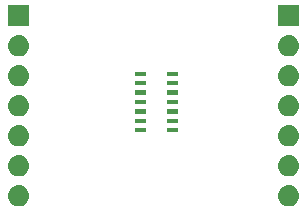
<source format=gbr>
G04 #@! TF.GenerationSoftware,KiCad,Pcbnew,5.1.4-e60b266~84~ubuntu18.04.1*
G04 #@! TF.CreationDate,2019-11-06T14:59:00-05:00*
G04 #@! TF.ProjectId,HRSensorDevBoard,48525365-6e73-46f7-9244-6576426f6172,rev?*
G04 #@! TF.SameCoordinates,Original*
G04 #@! TF.FileFunction,Soldermask,Top*
G04 #@! TF.FilePolarity,Negative*
%FSLAX46Y46*%
G04 Gerber Fmt 4.6, Leading zero omitted, Abs format (unit mm)*
G04 Created by KiCad (PCBNEW 5.1.4-e60b266~84~ubuntu18.04.1) date 2019-11-06 14:59:00*
%MOMM*%
%LPD*%
G04 APERTURE LIST*
%ADD10C,0.100000*%
G04 APERTURE END LIST*
D10*
G36*
X22970443Y1044481D02*
G01*
X23036627Y1037963D01*
X23206466Y986443D01*
X23362991Y902778D01*
X23398729Y873448D01*
X23500186Y790186D01*
X23583448Y688729D01*
X23612778Y652991D01*
X23696443Y496466D01*
X23747963Y326627D01*
X23765359Y150000D01*
X23747963Y-26627D01*
X23696443Y-196466D01*
X23612778Y-352991D01*
X23583448Y-388729D01*
X23500186Y-490186D01*
X23398729Y-573448D01*
X23362991Y-602778D01*
X23206466Y-686443D01*
X23036627Y-737963D01*
X22970443Y-744481D01*
X22904260Y-751000D01*
X22815740Y-751000D01*
X22749557Y-744481D01*
X22683373Y-737963D01*
X22513534Y-686443D01*
X22357009Y-602778D01*
X22321271Y-573448D01*
X22219814Y-490186D01*
X22136552Y-388729D01*
X22107222Y-352991D01*
X22023557Y-196466D01*
X21972037Y-26627D01*
X21954641Y150000D01*
X21972037Y326627D01*
X22023557Y496466D01*
X22107222Y652991D01*
X22136552Y688729D01*
X22219814Y790186D01*
X22321271Y873448D01*
X22357009Y902778D01*
X22513534Y986443D01*
X22683373Y1037963D01*
X22749557Y1044481D01*
X22815740Y1051000D01*
X22904260Y1051000D01*
X22970443Y1044481D01*
X22970443Y1044481D01*
G37*
G36*
X110443Y1044481D02*
G01*
X176627Y1037963D01*
X346466Y986443D01*
X502991Y902778D01*
X538729Y873448D01*
X640186Y790186D01*
X723448Y688729D01*
X752778Y652991D01*
X836443Y496466D01*
X887963Y326627D01*
X905359Y150000D01*
X887963Y-26627D01*
X836443Y-196466D01*
X752778Y-352991D01*
X723448Y-388729D01*
X640186Y-490186D01*
X538729Y-573448D01*
X502991Y-602778D01*
X346466Y-686443D01*
X176627Y-737963D01*
X110443Y-744481D01*
X44260Y-751000D01*
X-44260Y-751000D01*
X-110443Y-744481D01*
X-176627Y-737963D01*
X-346466Y-686443D01*
X-502991Y-602778D01*
X-538729Y-573448D01*
X-640186Y-490186D01*
X-723448Y-388729D01*
X-752778Y-352991D01*
X-836443Y-196466D01*
X-887963Y-26627D01*
X-905359Y150000D01*
X-887963Y326627D01*
X-836443Y496466D01*
X-752778Y652991D01*
X-723448Y688729D01*
X-640186Y790186D01*
X-538729Y873448D01*
X-502991Y902778D01*
X-346466Y986443D01*
X-176627Y1037963D01*
X-110443Y1044481D01*
X-44260Y1051000D01*
X44260Y1051000D01*
X110443Y1044481D01*
X110443Y1044481D01*
G37*
G36*
X110443Y3584481D02*
G01*
X176627Y3577963D01*
X346466Y3526443D01*
X502991Y3442778D01*
X538729Y3413448D01*
X640186Y3330186D01*
X723448Y3228729D01*
X752778Y3192991D01*
X836443Y3036466D01*
X887963Y2866627D01*
X905359Y2690000D01*
X887963Y2513373D01*
X836443Y2343534D01*
X752778Y2187009D01*
X723448Y2151271D01*
X640186Y2049814D01*
X538729Y1966552D01*
X502991Y1937222D01*
X346466Y1853557D01*
X176627Y1802037D01*
X110442Y1795518D01*
X44260Y1789000D01*
X-44260Y1789000D01*
X-110442Y1795518D01*
X-176627Y1802037D01*
X-346466Y1853557D01*
X-502991Y1937222D01*
X-538729Y1966552D01*
X-640186Y2049814D01*
X-723448Y2151271D01*
X-752778Y2187009D01*
X-836443Y2343534D01*
X-887963Y2513373D01*
X-905359Y2690000D01*
X-887963Y2866627D01*
X-836443Y3036466D01*
X-752778Y3192991D01*
X-723448Y3228729D01*
X-640186Y3330186D01*
X-538729Y3413448D01*
X-502991Y3442778D01*
X-346466Y3526443D01*
X-176627Y3577963D01*
X-110443Y3584481D01*
X-44260Y3591000D01*
X44260Y3591000D01*
X110443Y3584481D01*
X110443Y3584481D01*
G37*
G36*
X22970443Y3584481D02*
G01*
X23036627Y3577963D01*
X23206466Y3526443D01*
X23362991Y3442778D01*
X23398729Y3413448D01*
X23500186Y3330186D01*
X23583448Y3228729D01*
X23612778Y3192991D01*
X23696443Y3036466D01*
X23747963Y2866627D01*
X23765359Y2690000D01*
X23747963Y2513373D01*
X23696443Y2343534D01*
X23612778Y2187009D01*
X23583448Y2151271D01*
X23500186Y2049814D01*
X23398729Y1966552D01*
X23362991Y1937222D01*
X23206466Y1853557D01*
X23036627Y1802037D01*
X22970442Y1795518D01*
X22904260Y1789000D01*
X22815740Y1789000D01*
X22749558Y1795518D01*
X22683373Y1802037D01*
X22513534Y1853557D01*
X22357009Y1937222D01*
X22321271Y1966552D01*
X22219814Y2049814D01*
X22136552Y2151271D01*
X22107222Y2187009D01*
X22023557Y2343534D01*
X21972037Y2513373D01*
X21954641Y2690000D01*
X21972037Y2866627D01*
X22023557Y3036466D01*
X22107222Y3192991D01*
X22136552Y3228729D01*
X22219814Y3330186D01*
X22321271Y3413448D01*
X22357009Y3442778D01*
X22513534Y3526443D01*
X22683373Y3577963D01*
X22749557Y3584481D01*
X22815740Y3591000D01*
X22904260Y3591000D01*
X22970443Y3584481D01*
X22970443Y3584481D01*
G37*
G36*
X22970443Y6124481D02*
G01*
X23036627Y6117963D01*
X23206466Y6066443D01*
X23362991Y5982778D01*
X23398729Y5953448D01*
X23500186Y5870186D01*
X23583448Y5768729D01*
X23612778Y5732991D01*
X23696443Y5576466D01*
X23747963Y5406627D01*
X23765359Y5230000D01*
X23747963Y5053373D01*
X23696443Y4883534D01*
X23612778Y4727009D01*
X23583448Y4691271D01*
X23500186Y4589814D01*
X23398729Y4506552D01*
X23362991Y4477222D01*
X23206466Y4393557D01*
X23036627Y4342037D01*
X22970442Y4335518D01*
X22904260Y4329000D01*
X22815740Y4329000D01*
X22749558Y4335518D01*
X22683373Y4342037D01*
X22513534Y4393557D01*
X22357009Y4477222D01*
X22321271Y4506552D01*
X22219814Y4589814D01*
X22136552Y4691271D01*
X22107222Y4727009D01*
X22023557Y4883534D01*
X21972037Y5053373D01*
X21954641Y5230000D01*
X21972037Y5406627D01*
X22023557Y5576466D01*
X22107222Y5732991D01*
X22136552Y5768729D01*
X22219814Y5870186D01*
X22321271Y5953448D01*
X22357009Y5982778D01*
X22513534Y6066443D01*
X22683373Y6117963D01*
X22749558Y6124482D01*
X22815740Y6131000D01*
X22904260Y6131000D01*
X22970443Y6124481D01*
X22970443Y6124481D01*
G37*
G36*
X110442Y6124482D02*
G01*
X176627Y6117963D01*
X346466Y6066443D01*
X502991Y5982778D01*
X538729Y5953448D01*
X640186Y5870186D01*
X723448Y5768729D01*
X752778Y5732991D01*
X836443Y5576466D01*
X887963Y5406627D01*
X905359Y5230000D01*
X887963Y5053373D01*
X836443Y4883534D01*
X752778Y4727009D01*
X723448Y4691271D01*
X640186Y4589814D01*
X538729Y4506552D01*
X502991Y4477222D01*
X346466Y4393557D01*
X176627Y4342037D01*
X110442Y4335518D01*
X44260Y4329000D01*
X-44260Y4329000D01*
X-110442Y4335518D01*
X-176627Y4342037D01*
X-346466Y4393557D01*
X-502991Y4477222D01*
X-538729Y4506552D01*
X-640186Y4589814D01*
X-723448Y4691271D01*
X-752778Y4727009D01*
X-836443Y4883534D01*
X-887963Y5053373D01*
X-905359Y5230000D01*
X-887963Y5406627D01*
X-836443Y5576466D01*
X-752778Y5732991D01*
X-723448Y5768729D01*
X-640186Y5870186D01*
X-538729Y5953448D01*
X-502991Y5982778D01*
X-346466Y6066443D01*
X-176627Y6117963D01*
X-110442Y6124482D01*
X-44260Y6131000D01*
X44260Y6131000D01*
X110442Y6124482D01*
X110442Y6124482D01*
G37*
G36*
X13491600Y5502000D02*
G01*
X12576800Y5502000D01*
X12576800Y5858000D01*
X13491600Y5858000D01*
X13491600Y5502000D01*
X13491600Y5502000D01*
G37*
G36*
X10799200Y5502000D02*
G01*
X9884400Y5502000D01*
X9884400Y5858000D01*
X10799200Y5858000D01*
X10799200Y5502000D01*
X10799200Y5502000D01*
G37*
G36*
X10799200Y6302001D02*
G01*
X9884400Y6302001D01*
X9884400Y6658001D01*
X10799200Y6658001D01*
X10799200Y6302001D01*
X10799200Y6302001D01*
G37*
G36*
X13491600Y6302001D02*
G01*
X12576800Y6302001D01*
X12576800Y6658001D01*
X13491600Y6658001D01*
X13491600Y6302001D01*
X13491600Y6302001D01*
G37*
G36*
X22970443Y8664481D02*
G01*
X23036627Y8657963D01*
X23206466Y8606443D01*
X23362991Y8522778D01*
X23398729Y8493448D01*
X23500186Y8410186D01*
X23583448Y8308729D01*
X23612778Y8272991D01*
X23696443Y8116466D01*
X23747963Y7946627D01*
X23765359Y7770000D01*
X23747963Y7593373D01*
X23696443Y7423534D01*
X23612778Y7267009D01*
X23583448Y7231271D01*
X23500186Y7129814D01*
X23398729Y7046552D01*
X23362991Y7017222D01*
X23206466Y6933557D01*
X23036627Y6882037D01*
X22970442Y6875518D01*
X22904260Y6869000D01*
X22815740Y6869000D01*
X22749558Y6875518D01*
X22683373Y6882037D01*
X22513534Y6933557D01*
X22357009Y7017222D01*
X22321271Y7046552D01*
X22219814Y7129814D01*
X22136552Y7231271D01*
X22107222Y7267009D01*
X22023557Y7423534D01*
X21972037Y7593373D01*
X21954641Y7770000D01*
X21972037Y7946627D01*
X22023557Y8116466D01*
X22107222Y8272991D01*
X22136552Y8308729D01*
X22219814Y8410186D01*
X22321271Y8493448D01*
X22357009Y8522778D01*
X22513534Y8606443D01*
X22683373Y8657963D01*
X22749557Y8664481D01*
X22815740Y8671000D01*
X22904260Y8671000D01*
X22970443Y8664481D01*
X22970443Y8664481D01*
G37*
G36*
X110443Y8664481D02*
G01*
X176627Y8657963D01*
X346466Y8606443D01*
X502991Y8522778D01*
X538729Y8493448D01*
X640186Y8410186D01*
X723448Y8308729D01*
X752778Y8272991D01*
X836443Y8116466D01*
X887963Y7946627D01*
X905359Y7770000D01*
X887963Y7593373D01*
X836443Y7423534D01*
X752778Y7267009D01*
X723448Y7231271D01*
X640186Y7129814D01*
X538729Y7046552D01*
X502991Y7017222D01*
X346466Y6933557D01*
X176627Y6882037D01*
X110442Y6875518D01*
X44260Y6869000D01*
X-44260Y6869000D01*
X-110442Y6875518D01*
X-176627Y6882037D01*
X-346466Y6933557D01*
X-502991Y7017222D01*
X-538729Y7046552D01*
X-640186Y7129814D01*
X-723448Y7231271D01*
X-752778Y7267009D01*
X-836443Y7423534D01*
X-887963Y7593373D01*
X-905359Y7770000D01*
X-887963Y7946627D01*
X-836443Y8116466D01*
X-752778Y8272991D01*
X-723448Y8308729D01*
X-640186Y8410186D01*
X-538729Y8493448D01*
X-502991Y8522778D01*
X-346466Y8606443D01*
X-176627Y8657963D01*
X-110443Y8664481D01*
X-44260Y8671000D01*
X44260Y8671000D01*
X110443Y8664481D01*
X110443Y8664481D01*
G37*
G36*
X13491600Y7101999D02*
G01*
X12576800Y7101999D01*
X12576800Y7457999D01*
X13491600Y7457999D01*
X13491600Y7101999D01*
X13491600Y7101999D01*
G37*
G36*
X10799200Y7102002D02*
G01*
X9884400Y7102002D01*
X9884400Y7458002D01*
X10799200Y7458002D01*
X10799200Y7102002D01*
X10799200Y7102002D01*
G37*
G36*
X13491600Y7902000D02*
G01*
X12576800Y7902000D01*
X12576800Y8258000D01*
X13491600Y8258000D01*
X13491600Y7902000D01*
X13491600Y7902000D01*
G37*
G36*
X10799200Y7902000D02*
G01*
X9884400Y7902000D01*
X9884400Y8258000D01*
X10799200Y8258000D01*
X10799200Y7902000D01*
X10799200Y7902000D01*
G37*
G36*
X13491600Y8701998D02*
G01*
X12576800Y8701998D01*
X12576800Y9057998D01*
X13491600Y9057998D01*
X13491600Y8701998D01*
X13491600Y8701998D01*
G37*
G36*
X10799200Y8702001D02*
G01*
X9884400Y8702001D01*
X9884400Y9058001D01*
X10799200Y9058001D01*
X10799200Y8702001D01*
X10799200Y8702001D01*
G37*
G36*
X22970443Y11204481D02*
G01*
X23036627Y11197963D01*
X23206466Y11146443D01*
X23362991Y11062778D01*
X23398729Y11033448D01*
X23500186Y10950186D01*
X23583448Y10848729D01*
X23612778Y10812991D01*
X23696443Y10656466D01*
X23747963Y10486627D01*
X23765359Y10310000D01*
X23747963Y10133373D01*
X23696443Y9963534D01*
X23612778Y9807009D01*
X23583448Y9771271D01*
X23500186Y9669814D01*
X23398729Y9586552D01*
X23362991Y9557222D01*
X23206466Y9473557D01*
X23036627Y9422037D01*
X22970442Y9415518D01*
X22904260Y9409000D01*
X22815740Y9409000D01*
X22749558Y9415518D01*
X22683373Y9422037D01*
X22513534Y9473557D01*
X22357009Y9557222D01*
X22321271Y9586552D01*
X22219814Y9669814D01*
X22136552Y9771271D01*
X22107222Y9807009D01*
X22023557Y9963534D01*
X21972037Y10133373D01*
X21954641Y10310000D01*
X21972037Y10486627D01*
X22023557Y10656466D01*
X22107222Y10812991D01*
X22136552Y10848729D01*
X22219814Y10950186D01*
X22321271Y11033448D01*
X22357009Y11062778D01*
X22513534Y11146443D01*
X22683373Y11197963D01*
X22749558Y11204482D01*
X22815740Y11211000D01*
X22904260Y11211000D01*
X22970443Y11204481D01*
X22970443Y11204481D01*
G37*
G36*
X110442Y11204482D02*
G01*
X176627Y11197963D01*
X346466Y11146443D01*
X502991Y11062778D01*
X538729Y11033448D01*
X640186Y10950186D01*
X723448Y10848729D01*
X752778Y10812991D01*
X836443Y10656466D01*
X887963Y10486627D01*
X905359Y10310000D01*
X887963Y10133373D01*
X836443Y9963534D01*
X752778Y9807009D01*
X723448Y9771271D01*
X640186Y9669814D01*
X538729Y9586552D01*
X502991Y9557222D01*
X346466Y9473557D01*
X176627Y9422037D01*
X110442Y9415518D01*
X44260Y9409000D01*
X-44260Y9409000D01*
X-110442Y9415518D01*
X-176627Y9422037D01*
X-346466Y9473557D01*
X-502991Y9557222D01*
X-538729Y9586552D01*
X-640186Y9669814D01*
X-723448Y9771271D01*
X-752778Y9807009D01*
X-836443Y9963534D01*
X-887963Y10133373D01*
X-905359Y10310000D01*
X-887963Y10486627D01*
X-836443Y10656466D01*
X-752778Y10812991D01*
X-723448Y10848729D01*
X-640186Y10950186D01*
X-538729Y11033448D01*
X-502991Y11062778D01*
X-346466Y11146443D01*
X-176627Y11197963D01*
X-110442Y11204482D01*
X-44260Y11211000D01*
X44260Y11211000D01*
X110442Y11204482D01*
X110442Y11204482D01*
G37*
G36*
X13491600Y9501999D02*
G01*
X12576800Y9501999D01*
X12576800Y9857999D01*
X13491600Y9857999D01*
X13491600Y9501999D01*
X13491600Y9501999D01*
G37*
G36*
X10799200Y9501999D02*
G01*
X9884400Y9501999D01*
X9884400Y9857999D01*
X10799200Y9857999D01*
X10799200Y9501999D01*
X10799200Y9501999D01*
G37*
G36*
X13491600Y10302000D02*
G01*
X12576800Y10302000D01*
X12576800Y10658000D01*
X13491600Y10658000D01*
X13491600Y10302000D01*
X13491600Y10302000D01*
G37*
G36*
X10799200Y10302000D02*
G01*
X9884400Y10302000D01*
X9884400Y10658000D01*
X10799200Y10658000D01*
X10799200Y10302000D01*
X10799200Y10302000D01*
G37*
G36*
X22970443Y13744481D02*
G01*
X23036627Y13737963D01*
X23206466Y13686443D01*
X23362991Y13602778D01*
X23398729Y13573448D01*
X23500186Y13490186D01*
X23583448Y13388729D01*
X23612778Y13352991D01*
X23696443Y13196466D01*
X23747963Y13026627D01*
X23765359Y12850000D01*
X23747963Y12673373D01*
X23696443Y12503534D01*
X23612778Y12347009D01*
X23583448Y12311271D01*
X23500186Y12209814D01*
X23398729Y12126552D01*
X23362991Y12097222D01*
X23206466Y12013557D01*
X23036627Y11962037D01*
X22970442Y11955518D01*
X22904260Y11949000D01*
X22815740Y11949000D01*
X22749558Y11955518D01*
X22683373Y11962037D01*
X22513534Y12013557D01*
X22357009Y12097222D01*
X22321271Y12126552D01*
X22219814Y12209814D01*
X22136552Y12311271D01*
X22107222Y12347009D01*
X22023557Y12503534D01*
X21972037Y12673373D01*
X21954641Y12850000D01*
X21972037Y13026627D01*
X22023557Y13196466D01*
X22107222Y13352991D01*
X22136552Y13388729D01*
X22219814Y13490186D01*
X22321271Y13573448D01*
X22357009Y13602778D01*
X22513534Y13686443D01*
X22683373Y13737963D01*
X22749557Y13744481D01*
X22815740Y13751000D01*
X22904260Y13751000D01*
X22970443Y13744481D01*
X22970443Y13744481D01*
G37*
G36*
X110443Y13744481D02*
G01*
X176627Y13737963D01*
X346466Y13686443D01*
X502991Y13602778D01*
X538729Y13573448D01*
X640186Y13490186D01*
X723448Y13388729D01*
X752778Y13352991D01*
X836443Y13196466D01*
X887963Y13026627D01*
X905359Y12850000D01*
X887963Y12673373D01*
X836443Y12503534D01*
X752778Y12347009D01*
X723448Y12311271D01*
X640186Y12209814D01*
X538729Y12126552D01*
X502991Y12097222D01*
X346466Y12013557D01*
X176627Y11962037D01*
X110442Y11955518D01*
X44260Y11949000D01*
X-44260Y11949000D01*
X-110442Y11955518D01*
X-176627Y11962037D01*
X-346466Y12013557D01*
X-502991Y12097222D01*
X-538729Y12126552D01*
X-640186Y12209814D01*
X-723448Y12311271D01*
X-752778Y12347009D01*
X-836443Y12503534D01*
X-887963Y12673373D01*
X-905359Y12850000D01*
X-887963Y13026627D01*
X-836443Y13196466D01*
X-752778Y13352991D01*
X-723448Y13388729D01*
X-640186Y13490186D01*
X-538729Y13573448D01*
X-502991Y13602778D01*
X-346466Y13686443D01*
X-176627Y13737963D01*
X-110443Y13744481D01*
X-44260Y13751000D01*
X44260Y13751000D01*
X110443Y13744481D01*
X110443Y13744481D01*
G37*
G36*
X23761000Y14489000D02*
G01*
X21959000Y14489000D01*
X21959000Y16291000D01*
X23761000Y16291000D01*
X23761000Y14489000D01*
X23761000Y14489000D01*
G37*
G36*
X901000Y14489000D02*
G01*
X-901000Y14489000D01*
X-901000Y16291000D01*
X901000Y16291000D01*
X901000Y14489000D01*
X901000Y14489000D01*
G37*
M02*

</source>
